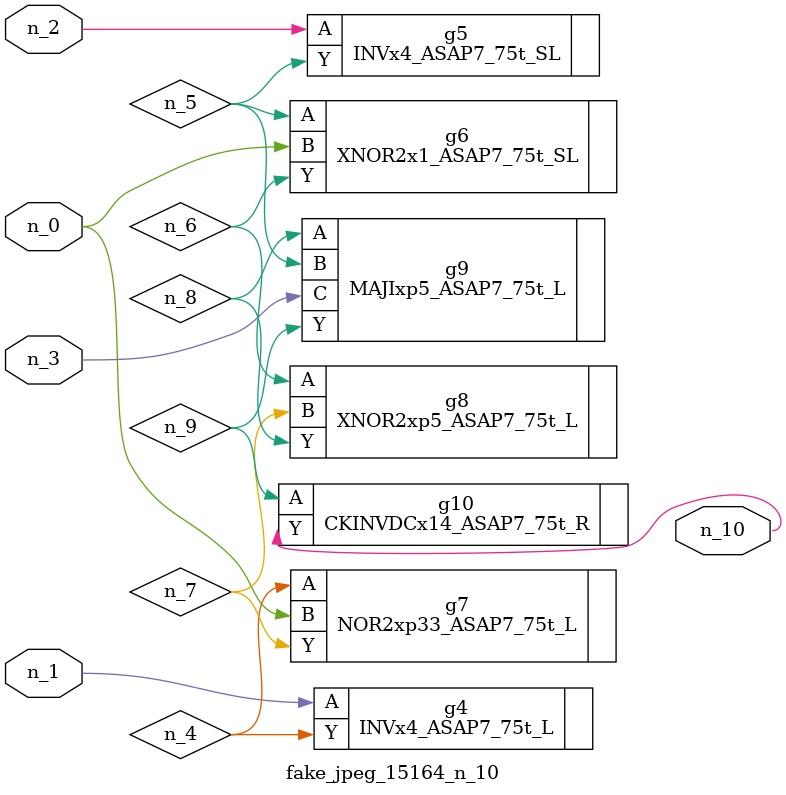
<source format=v>
module fake_jpeg_15164_n_10 (n_0, n_3, n_2, n_1, n_10);

input n_0;
input n_3;
input n_2;
input n_1;

output n_10;

wire n_4;
wire n_8;
wire n_9;
wire n_6;
wire n_5;
wire n_7;

INVx4_ASAP7_75t_L g4 ( 
.A(n_1),
.Y(n_4)
);

INVx4_ASAP7_75t_SL g5 ( 
.A(n_2),
.Y(n_5)
);

XNOR2x1_ASAP7_75t_SL g6 ( 
.A(n_5),
.B(n_0),
.Y(n_6)
);

XNOR2xp5_ASAP7_75t_L g8 ( 
.A(n_6),
.B(n_7),
.Y(n_8)
);

NOR2xp33_ASAP7_75t_L g7 ( 
.A(n_4),
.B(n_0),
.Y(n_7)
);

MAJIxp5_ASAP7_75t_L g9 ( 
.A(n_8),
.B(n_5),
.C(n_3),
.Y(n_9)
);

CKINVDCx14_ASAP7_75t_R g10 ( 
.A(n_9),
.Y(n_10)
);


endmodule
</source>
